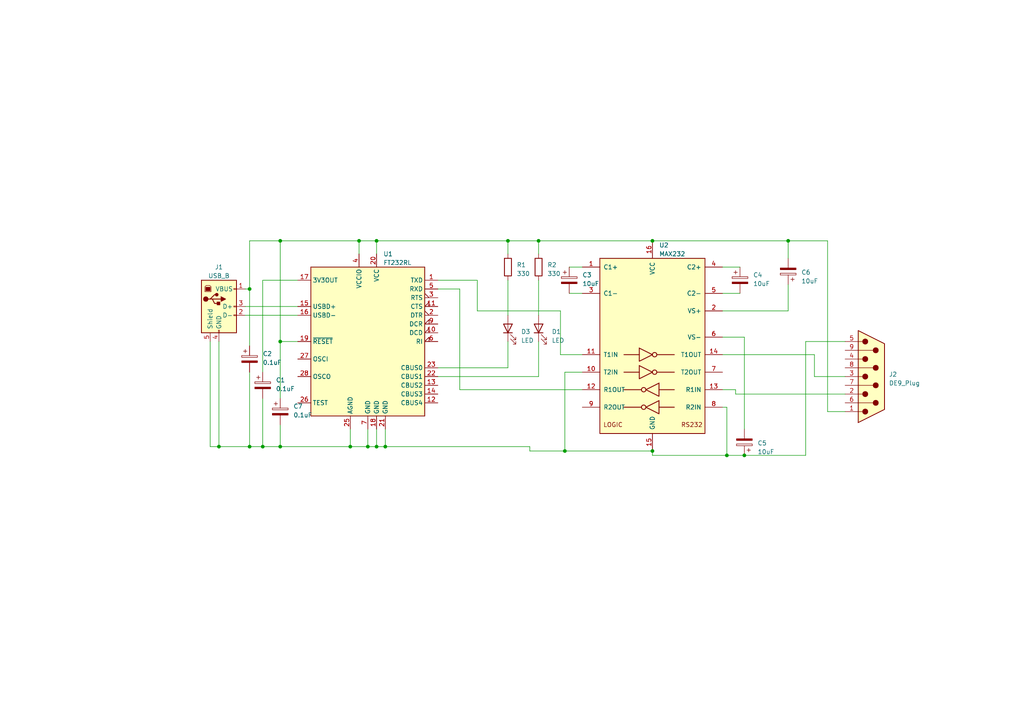
<source format=kicad_sch>
(kicad_sch (version 20230121) (generator eeschema)
  (paper "A4")
  (title_block (title "USB to RS232 Converter with 5V output") (date "2023-04-08") (rev "2.0"))
  (lib_symbols
    (symbol "Connector:DE9_Plug" (pin_names (offset 1.016) hide)
      (property "Reference" "J" (at 0 13.97 0))
      (property "Value" "DE9_Plug" (at 0 -14.605 0))
      (symbol "DE9_Plug_0_1"
        (circle (center -1.778 -10.16) (radius 0.762) (fill (type outline)))
        (circle (center -1.778 -5.08) (radius 0.762) (fill (type outline)))
        (circle (center -1.778 0) (radius 0.762) (fill (type outline)))
        (circle (center -1.778 5.08) (radius 0.762) (fill (type outline)))
        (circle (center -1.778 10.16) (radius 0.762) (fill (type outline)))
        (polyline (pts (xy -3.81 -10.16) (xy -2.54 -10.16)))
        (polyline (pts (xy -3.81 -7.62) (xy 0.508 -7.62)))
        (polyline (pts (xy -3.81 -5.08) (xy -2.54 -5.08)))
        (polyline (pts (xy -3.81 -2.54) (xy 0.508 -2.54)))
        (polyline (pts (xy -3.81 0) (xy -2.54 0)))
        (polyline (pts (xy -3.81 2.54) (xy 0.508 2.54)))
        (polyline (pts (xy -3.81 5.08) (xy -2.54 5.08)))
        (polyline (pts (xy -3.81 7.62) (xy 0.508 7.62)))
        (polyline (pts (xy -3.81 10.16) (xy -2.54 10.16)))
        (polyline (pts (xy -3.81 -13.335) (xy -3.81 13.335) (xy 3.81 9.525) (xy 3.81 -9.525) (xy -3.81 -13.335)) (stroke (width 0.254)) (fill (type background)))
        (circle (center 1.27 -7.62) (radius 0.762) (fill (type outline)))
        (circle (center 1.27 -2.54) (radius 0.762) (fill (type outline)))
        (circle (center 1.27 2.54) (radius 0.762) (fill (type outline)))
        (circle (center 1.27 7.62) (radius 0.762) (fill (type outline)))
      )
      (symbol "DE9_Plug_1_1"
        (pin passive line (at -7.62 -10.16 0) (length 3.81) (name "1") (number "1"))
        (pin passive line (at -7.62 -5.08 0) (length 3.81) (name "2") (number "2"))
        (pin passive line (at -7.62 0 0) (length 3.81) (name "3") (number "3"))
        (pin passive line (at -7.62 5.08 0) (length 3.81) (name "4") (number "4"))
        (pin passive line (at -7.62 10.16 0) (length 3.81) (name "5") (number "5"))
        (pin passive line (at -7.62 -7.62 0) (length 3.81) (name "6") (number "6"))
        (pin passive line (at -7.62 -2.54 0) (length 3.81) (name "7") (number "7"))
        (pin passive line (at -7.62 2.54 0) (length 3.81) (name "8") (number "8"))
        (pin passive line (at -7.62 7.62 0) (length 3.81) (name "9") (number "9"))
      )
    )
    (symbol "Connector:USB_B" (pin_names (offset 1.016))
      (property "Reference" "J" (at -5.08 11.43 0))
      (property "Value" "USB_B" (at -5.08 8.89 0))
      (symbol "USB_B_0_1"
        (rectangle (start -5.08 -7.62) (end 5.08 7.62) (stroke (width 0.254)) (fill (type background)))
        (circle (center -3.81 2.159) (radius 0.635) (stroke (width 0.254)) (fill (type outline)))
        (rectangle (start -3.81 5.588) (end -2.54 4.572) (fill (type outline)))
        (circle (center -0.635 3.429) (radius 0.381) (stroke (width 0.254)) (fill (type outline)))
        (rectangle (start -0.127 -7.62) (end 0.127 -6.858))
        (polyline (pts (xy -1.905 2.159) (xy 0.635 2.159)) (stroke (width 0.254)))
        (polyline (pts (xy -3.175 2.159) (xy -2.54 2.159) (xy -1.27 3.429) (xy -0.635 3.429)) (stroke (width 0.254)))
        (polyline (pts (xy -2.54 2.159) (xy -1.905 2.159) (xy -1.27 0.889) (xy 0 0.889)) (stroke (width 0.254)))
        (polyline (pts (xy 0.635 2.794) (xy 0.635 1.524) (xy 1.905 2.159) (xy 0.635 2.794)) (stroke (width 0.254)) (fill (type outline)))
        (polyline (pts (xy -4.064 4.318) (xy -2.286 4.318) (xy -2.286 5.715) (xy -2.667 6.096) (xy -3.683 6.096) (xy -4.064 5.715) (xy -4.064 4.318)))
        (rectangle (start 0.254 1.27) (end -0.508 0.508) (stroke (width 0.254)) (fill (type outline)))
        (rectangle (start 5.08 -2.667) (end 4.318 -2.413))
        (rectangle (start 5.08 -0.127) (end 4.318 0.127))
        (rectangle (start 5.08 4.953) (end 4.318 5.207))
      )
      (symbol "USB_B_1_1"
        (pin power_out line (at 7.62 5.08 180) (length 2.54) (name "VBUS") (number "1"))
        (pin bidirectional line (at 7.62 -2.54 180) (length 2.54) (name "D-") (number "2"))
        (pin bidirectional line (at 7.62 0 180) (length 2.54) (name "D+") (number "3"))
        (pin power_out line (at 0 -10.16 90) (length 2.54) (name "GND") (number "4"))
        (pin passive line (at -2.54 -10.16 90) (length 2.54) (name "Shield") (number "5"))
      )
    )
    (symbol "Device:C_Polarized" (pin_numbers hide) (pin_names (offset 0.254))
      (property "Reference" "C" (at 0.635 2.54 0))
      (property "Value" "C_Polarized" (at 0.635 -2.54 0))
      (symbol "C_Polarized_0_1"
        (rectangle (start -2.286 0.508) (end 2.286 1.016))
        (polyline (pts (xy -1.778 2.286) (xy -0.762 2.286)))
        (polyline (pts (xy -1.27 2.794) (xy -1.27 1.778)))
        (rectangle (start 2.286 -0.508) (end -2.286 -1.016) (fill (type outline)))
      )
      (symbol "C_Polarized_1_1"
        (pin passive line (at 0 3.81 270) (length 2.794) (name "~") (number "1"))
        (pin passive line (at 0 -3.81 90) (length 2.794) (name "~") (number "2"))
      )
    )
    (symbol "Device:LED" (pin_numbers hide) (pin_names (offset 1.016) hide)
      (property "Reference" "D" (at 0 2.54 0))
      (property "Value" "LED" (at 0 -2.54 0))
      (symbol "LED_0_1"
        (polyline (pts (xy -1.27 -1.27) (xy -1.27 1.27)) (stroke (width 0.254)))
        (polyline (pts (xy -1.27 0) (xy 1.27 0)))
        (polyline (pts (xy 1.27 -1.27) (xy 1.27 1.27) (xy -1.27 0) (xy 1.27 -1.27)) (stroke (width 0.254)))
        (polyline (pts (xy -3.048 -0.762) (xy -4.572 -2.286) (xy -3.81 -2.286) (xy -4.572 -2.286) (xy -4.572 -1.524)))
        (polyline (pts (xy -1.778 -0.762) (xy -3.302 -2.286) (xy -2.54 -2.286) (xy -3.302 -2.286) (xy -3.302 -1.524)))
      )
      (symbol "LED_1_1"
        (pin passive line (at -3.81 0 0) (length 2.54) (name "K") (number "1"))
        (pin passive line (at 3.81 0 180) (length 2.54) (name "A") (number "2"))
      )
    )
    (symbol "Device:R" (pin_numbers hide) (pin_names (offset 0))
      (property "Reference" "R" (at 2.032 0 90))
      (property "Value" "R" (at 0 0 90))
      (symbol "R_0_1"
        (rectangle (start -1.016 -2.54) (end 1.016 2.54) (stroke (width 0.254)))
      )
      (symbol "R_1_1"
        (pin passive line (at 0 3.81 270) (length 1.27) (name "~") (number "1"))
        (pin passive line (at 0 -3.81 90) (length 1.27) (name "~") (number "2"))
      )
    )
    (symbol "Interface_UART:MAX232" (pin_names (offset 1.016))
      (property "Reference" "U" (at -2.54 28.575 0))
      (property "Value" "MAX232" (at -2.54 26.67 0))
      (symbol "MAX232_0_0"
        (text "LOGIC" (at -11.43 -22.86 0) (effects (font (size 1.27 1.27))))
        (text "RS232" (at 11.43 -22.86 0) (effects (font (size 1.27 1.27))))
      )
      (symbol "MAX232_0_1"
        (rectangle (start -15.24 -25.4) (end 15.24 25.4) (stroke (width 0.254)) (fill (type background)))
        (circle (center -2.54 -17.78) (radius 0.635) (stroke (width 0.254)))
        (circle (center -2.54 -12.7) (radius 0.635) (stroke (width 0.254)))
        (polyline (pts (xy -3.81 -7.62) (xy -8.255 -7.62)) (stroke (width 0.254)))
        (polyline (pts (xy -3.81 -2.54) (xy -8.255 -2.54)) (stroke (width 0.254)))
        (polyline (pts (xy -3.175 -17.78) (xy -8.255 -17.78)) (stroke (width 0.254)))
        (polyline (pts (xy -3.175 -12.7) (xy -8.255 -12.7)) (stroke (width 0.254)))
        (polyline (pts (xy 1.27 -7.62) (xy 6.35 -7.62)) (stroke (width 0.254)))
        (polyline (pts (xy 1.27 -2.54) (xy 6.35 -2.54)) (stroke (width 0.254)))
        (polyline (pts (xy 1.905 -17.78) (xy 6.35 -17.78)) (stroke (width 0.254)))
        (polyline (pts (xy 1.905 -12.7) (xy 6.35 -12.7)) (stroke (width 0.254)))
        (polyline (pts (xy -3.81 -5.715) (xy -3.81 -9.525) (xy 0 -7.62) (xy -3.81 -5.715)) (stroke (width 0.254)))
        (polyline (pts (xy -3.81 -0.635) (xy -3.81 -4.445) (xy 0 -2.54) (xy -3.81 -0.635)) (stroke (width 0.254)))
        (polyline (pts (xy 1.905 -15.875) (xy 1.905 -19.685) (xy -1.905 -17.78) (xy 1.905 -15.875)) (stroke (width 0.254)))
        (polyline (pts (xy 1.905 -10.795) (xy 1.905 -14.605) (xy -1.905 -12.7) (xy 1.905 -10.795)) (stroke (width 0.254)))
        (circle (center 0.635 -7.62) (radius 0.635) (stroke (width 0.254)))
        (circle (center 0.635 -2.54) (radius 0.635) (stroke (width 0.254)))
      )
      (symbol "MAX232_1_1"
        (pin passive line (at -20.32 22.86 0) (length 5.08) (name "C1+") (number "1"))
        (pin input line (at -20.32 -7.62 0) (length 5.08) (name "T2IN") (number "10"))
        (pin input line (at -20.32 -2.54 0) (length 5.08) (name "T1IN") (number "11"))
        (pin output line (at -20.32 -12.7 0) (length 5.08) (name "R1OUT") (number "12"))
        (pin input line (at 20.32 -12.7 180) (length 5.08) (name "R1IN") (number "13"))
        (pin output line (at 20.32 -2.54 180) (length 5.08) (name "T1OUT") (number "14"))
        (pin power_in line (at 0 -30.48 90) (length 5.08) (name "GND") (number "15"))
        (pin power_in line (at 0 30.48 270) (length 5.08) (name "VCC") (number "16"))
        (pin power_out line (at 20.32 10.16 180) (length 5.08) (name "VS+") (number "2"))
        (pin passive line (at -20.32 15.24 0) (length 5.08) (name "C1-") (number "3"))
        (pin passive line (at 20.32 22.86 180) (length 5.08) (name "C2+") (number "4"))
        (pin passive line (at 20.32 15.24 180) (length 5.08) (name "C2-") (number "5"))
        (pin power_out line (at 20.32 2.54 180) (length 5.08) (name "VS-") (number "6"))
        (pin output line (at 20.32 -7.62 180) (length 5.08) (name "T2OUT") (number "7"))
        (pin input line (at 20.32 -17.78 180) (length 5.08) (name "R2IN") (number "8"))
        (pin output line (at -20.32 -17.78 0) (length 5.08) (name "R2OUT") (number "9"))
      )
    )
    (symbol "Interface_USB:FT232RL"
      (property "Reference" "U" (at -16.51 22.86 0))
      (property "Value" "FT232RL" (at 10.16 22.86 0))
      (symbol "FT232RL_0_1"
        (rectangle (start -16.51 21.59) (end 16.51 -21.59) (stroke (width 0.254)) (fill (type background)))
      )
      (symbol "FT232RL_1_1"
        (pin output line (at 20.32 17.78 180) (length 3.81) (name "TXD") (number "1"))
        (pin input input_low (at 20.32 2.54 180) (length 3.81) (name "DCD") (number "10"))
        (pin input input_low (at 20.32 10.16 180) (length 3.81) (name "CTS") (number "11"))
        (pin bidirectional line (at 20.32 -17.78 180) (length 3.81) (name "CBUS4") (number "12"))
        (pin bidirectional line (at 20.32 -12.7 180) (length 3.81) (name "CBUS2") (number "13"))
        (pin bidirectional line (at 20.32 -15.24 180) (length 3.81) (name "CBUS3") (number "14"))
        (pin bidirectional line (at -20.32 10.16 0) (length 3.81) (name "USBD+") (number "15"))
        (pin bidirectional line (at -20.32 7.62 0) (length 3.81) (name "USBD-") (number "16"))
        (pin power_out line (at -20.32 17.78 0) (length 3.81) (name "3V3OUT") (number "17"))
        (pin power_in line (at 2.54 -25.4 90) (length 3.81) (name "GND") (number "18"))
        (pin input line (at -20.32 0 0) (length 3.81) (name "~{RESET}") (number "19"))
        (pin output output_low (at 20.32 7.62 180) (length 3.81) (name "DTR") (number "2"))
        (pin power_in line (at 2.54 25.4 270) (length 3.81) (name "VCC") (number "20"))
        (pin power_in line (at 5.08 -25.4 90) (length 3.81) (name "GND") (number "21"))
        (pin bidirectional line (at 20.32 -10.16 180) (length 3.81) (name "CBUS1") (number "22"))
        (pin bidirectional line (at 20.32 -7.62 180) (length 3.81) (name "CBUS0") (number "23"))
        (pin power_in line (at -5.08 -25.4 90) (length 3.81) (name "AGND") (number "25"))
        (pin input line (at -20.32 -17.78 0) (length 3.81) (name "TEST") (number "26"))
        (pin input line (at -20.32 -5.08 0) (length 3.81) (name "OSCI") (number "27"))
        (pin output line (at -20.32 -10.16 0) (length 3.81) (name "OSCO") (number "28"))
        (pin output output_low (at 20.32 12.7 180) (length 3.81) (name "RTS") (number "3"))
        (pin power_in line (at -2.54 25.4 270) (length 3.81) (name "VCCIO") (number "4"))
        (pin input line (at 20.32 15.24 180) (length 3.81) (name "RXD") (number "5"))
        (pin input input_low (at 20.32 0 180) (length 3.81) (name "RI") (number "6"))
        (pin power_in line (at 0 -25.4 90) (length 3.81) (name "GND") (number "7"))
        (pin input input_low (at 20.32 5.08 180) (length 3.81) (name "DCR") (number "9"))
      )
    )
  )
  (junction (at 76.2 129.54))
  (junction (at 72.39 83.82))
  (junction (at 189.23 69.85))
  (junction (at 156.21 69.85))
  (junction (at 104.14 69.85))
  (junction (at 111.76 129.54))
  (junction (at 101.6 129.54))
  (junction (at 63.5 129.54))
  (junction (at 106.68 129.54))
  (junction (at 109.22 129.54))
  (junction (at 81.28 99.06))
  (junction (at 163.83 130.81))
  (junction (at 228.6 69.85))
  (junction (at 72.39 129.54))
  (junction (at 215.9 132.08))
  (junction (at 81.28 129.54))
  (junction (at 81.28 69.85))
  (junction (at 189.23 130.81))
  (junction (at 210.82 132.08))
  (junction (at 109.22 69.85))
  (junction (at 147.32 69.85))
  (wire (pts (xy 210.82 132.08) (xy 215.9 132.08)))
  (wire (pts (xy 209.55 102.87) (xy 236.22 102.87)))
  (wire (pts (xy 63.5 99.06) (xy 63.5 129.54)))
  (wire (pts (xy 156.21 69.85) (xy 189.23 69.85)))
  (wire (pts (xy 86.36 81.28) (xy 76.2 81.28)))
  (wire (pts (xy 76.2 129.54) (xy 81.28 129.54)))
  (wire (pts (xy 81.28 69.85) (xy 104.14 69.85)))
  (wire (pts (xy 60.96 99.06) (xy 60.96 129.54)))
  (wire (pts (xy 104.14 69.85) (xy 104.14 73.66)))
  (wire (pts (xy 153.67 130.81) (xy 163.83 130.81)))
  (wire (pts (xy 147.32 69.85) (xy 147.32 73.66)))
  (wire (pts (xy 233.68 99.06) (xy 233.68 132.08)))
  (wire (pts (xy 156.21 81.28) (xy 156.21 91.44)))
  (wire (pts (xy 168.91 113.03) (xy 133.35 113.03)))
  (wire (pts (xy 240.03 119.38) (xy 240.03 69.85)))
  (wire (pts (xy 109.22 69.85) (xy 109.22 73.66)))
  (wire (pts (xy 138.43 81.28) (xy 127 81.28)))
  (wire (pts (xy 209.55 118.11) (xy 210.82 118.11)))
  (wire (pts (xy 156.21 69.85) (xy 147.32 69.85)))
  (wire (pts (xy 81.28 99.06) (xy 81.28 115.57)))
  (wire (pts (xy 163.83 130.81) (xy 189.23 130.81)))
  (wire (pts (xy 236.22 109.22) (xy 245.11 109.22)))
  (wire (pts (xy 215.9 97.79) (xy 209.55 97.79)))
  (wire (pts (xy 72.39 83.82) (xy 72.39 100.33)))
  (wire (pts (xy 76.2 81.28) (xy 76.2 107.95)))
  (wire (pts (xy 162.56 90.17) (xy 138.43 90.17)))
  (wire (pts (xy 215.9 132.08) (xy 233.68 132.08)))
  (wire (pts (xy 189.23 132.08) (xy 210.82 132.08)))
  (wire (pts (xy 81.28 129.54) (xy 101.6 129.54)))
  (wire (pts (xy 101.6 124.46) (xy 101.6 129.54)))
  (wire (pts (xy 163.83 107.95) (xy 163.83 130.81)))
  (wire (pts (xy 104.14 69.85) (xy 109.22 69.85)))
  (wire (pts (xy 165.1 85.09) (xy 168.91 85.09)))
  (wire (pts (xy 228.6 69.85) (xy 189.23 69.85)))
  (wire (pts (xy 245.11 114.3) (xy 213.36 114.3)))
  (wire (pts (xy 81.28 99.06) (xy 81.28 69.85)))
  (wire (pts (xy 133.35 83.82) (xy 127 83.82)))
  (wire (pts (xy 72.39 107.95) (xy 72.39 129.54)))
  (wire (pts (xy 147.32 99.06) (xy 147.32 106.68)))
  (wire (pts (xy 86.36 99.06) (xy 81.28 99.06)))
  (wire (pts (xy 76.2 115.57) (xy 76.2 129.54)))
  (wire (pts (xy 63.5 129.54) (xy 72.39 129.54)))
  (wire (pts (xy 209.55 77.47) (xy 214.63 77.47)))
  (wire (pts (xy 189.23 132.08) (xy 189.23 130.81)))
  (wire (pts (xy 153.67 129.54) (xy 153.67 130.81)))
  (wire (pts (xy 101.6 129.54) (xy 106.68 129.54)))
  (wire (pts (xy 147.32 106.68) (xy 127 106.68)))
  (wire (pts (xy 165.1 77.47) (xy 168.91 77.47)))
  (wire (pts (xy 162.56 102.87) (xy 162.56 90.17)))
  (wire (pts (xy 228.6 90.17) (xy 228.6 82.55)))
  (wire (pts (xy 213.36 114.3) (xy 213.36 113.03)))
  (wire (pts (xy 245.11 119.38) (xy 240.03 119.38)))
  (wire (pts (xy 213.36 113.03) (xy 209.55 113.03)))
  (wire (pts (xy 111.76 129.54) (xy 111.76 124.46)))
  (wire (pts (xy 106.68 129.54) (xy 106.68 124.46)))
  (wire (pts (xy 147.32 69.85) (xy 109.22 69.85)))
  (wire (pts (xy 147.32 81.28) (xy 147.32 91.44)))
  (wire (pts (xy 156.21 73.66) (xy 156.21 69.85)))
  (wire (pts (xy 106.68 129.54) (xy 109.22 129.54)))
  (wire (pts (xy 72.39 129.54) (xy 76.2 129.54)))
  (wire (pts (xy 111.76 129.54) (xy 153.67 129.54)))
  (wire (pts (xy 109.22 124.46) (xy 109.22 129.54)))
  (wire (pts (xy 228.6 74.93) (xy 228.6 69.85)))
  (wire (pts (xy 209.55 85.09) (xy 214.63 85.09)))
  (wire (pts (xy 209.55 90.17) (xy 228.6 90.17)))
  (wire (pts (xy 168.91 107.95) (xy 163.83 107.95)))
  (wire (pts (xy 138.43 90.17) (xy 138.43 81.28)))
  (wire (pts (xy 72.39 83.82) (xy 72.39 69.85)))
  (wire (pts (xy 71.12 88.9) (xy 86.36 88.9)))
  (wire (pts (xy 127 109.22) (xy 156.21 109.22)))
  (wire (pts (xy 72.39 69.85) (xy 81.28 69.85)))
  (wire (pts (xy 60.96 129.54) (xy 63.5 129.54)))
  (wire (pts (xy 210.82 118.11) (xy 210.82 132.08)))
  (wire (pts (xy 71.12 83.82) (xy 72.39 83.82)))
  (wire (pts (xy 156.21 109.22) (xy 156.21 99.06)))
  (wire (pts (xy 162.56 102.87) (xy 168.91 102.87)))
  (wire (pts (xy 240.03 69.85) (xy 228.6 69.85)))
  (wire (pts (xy 215.9 124.46) (xy 215.9 97.79)))
  (wire (pts (xy 71.12 91.44) (xy 86.36 91.44)))
  (wire (pts (xy 245.11 99.06) (xy 233.68 99.06)))
  (wire (pts (xy 109.22 129.54) (xy 111.76 129.54)))
  (wire (pts (xy 81.28 123.19) (xy 81.28 129.54)))
  (wire (pts (xy 133.35 113.03) (xy 133.35 83.82)))
  (wire (pts (xy 236.22 102.87) (xy 236.22 109.22)))
  (symbol (lib_id "Interface_UART:MAX232") (at 189.23 100.33 0) (unit 1)
    (property "Reference" "U2" (at 191.1859 71.12 0) (effects (justify left)))
    (property "Value" "MAX232" (at 191.1859 73.66 0) (effects (justify left)))
    (property "Footprint" "Package_DIP:DIP-16_W7.62mm" (effects hide))
    (property "Datasheet" "http://www.ti.com/lit/ds/symlink/max232.pdf" (effects hide))
  )
  (symbol (lib_id "Device:C_Polarized") (at 214.63 81.28 0) (unit 1)
    (property "Reference" "C4" (at 218.44 79.756 0) (effects (justify left)))
    (property "Value" "10uF" (at 218.44 82.296 0) (effects (justify left)))
    (property "Footprint" "Capacitor_THT:CP_Radial_Tantal_D4.5mm_P2.50mm" (effects hide))
  )
  (symbol (lib_id "Device:C_Polarized") (at 228.6 78.74 180) (unit 1)
    (property "Reference" "C6" (at 232.41 78.994 0) (effects (justify right)))
    (property "Value" "10uF" (at 232.41 81.534 0) (effects (justify right)))
    (property "Footprint" "Capacitor_THT:CP_Radial_Tantal_D4.5mm_P2.50mm" (effects hide))
  )
  (symbol (lib_id "Device:C_Polarized") (at 72.39 104.14 0) (unit 1)
    (property "Reference" "C2" (at 76.2 102.616 0) (effects (justify left)))
    (property "Value" "0.1uF" (at 76.2 105.156 0) (effects (justify left)))
    (property "Footprint" "Capacitor_THT:C_Disc_D5.0mm_W2.5mm_P5.00mm" (effects hide))
  )
  (symbol (lib_id "Device:C_Polarized") (at 81.28 119.38 0) (unit 1)
    (property "Reference" "C7" (at 85.09 117.856 0) (effects (justify left)))
    (property "Value" "0.1uF" (at 85.09 120.396 0) (effects (justify left)))
    (property "Footprint" "Capacitor_THT:C_Disc_D5.0mm_W2.5mm_P5.00mm" (effects hide))
  )
  (symbol (lib_id "Device:R") (at 147.32 77.47 0) (unit 1)
    (property "Reference" "R1" (at 149.86 76.835 0) (effects (justify left)))
    (property "Value" "330" (at 149.86 79.375 0) (effects (justify left)))
    (property "Footprint" "Resistor_THT:R_Axial_DIN0207_L6.3mm_D2.5mm_P10.16mm_Horizontal" (effects hide))
  )
  (symbol (lib_id "Connector:USB_B") (at 63.5 88.9 0) (unit 1)
    (property "Reference" "J1" (at 63.5 77.47 0))
    (property "Value" "USB_B" (at 63.5 80.01 0))
    (property "Footprint" "Connector_USB:USB_B_Lumberg_2411_02_Horizontal" (effects hide))
    (property "Datasheet" " ~" (effects hide))
  )
  (symbol (lib_id "Interface_USB:FT232RL") (at 106.68 99.06 0) (unit 1)
    (property "Reference" "U1" (at 111.1759 73.66 0) (effects (justify left)))
    (property "Value" "FT232RL" (at 111.1759 76.2 0) (effects (justify left)))
    (property "Footprint" "Package_SO:SSOP-28_5.3x10.2mm_P0.65mm" (effects hide))
    (property "Datasheet" "https://www.ftdichip.com/Support/Documents/DataSheets/ICs/DS_FT232R.pdf" (effects hide))
  )
  (symbol (lib_id "Device:C_Polarized") (at 215.9 128.27 180) (unit 1)
    (property "Reference" "C5" (at 219.71 128.524 0) (effects (justify right)))
    (property "Value" "10uF" (at 219.71 131.064 0) (effects (justify right)))
    (property "Footprint" "Capacitor_THT:CP_Radial_Tantal_D4.5mm_P2.50mm" (effects hide))
  )
  (symbol (lib_id "Device:C_Polarized") (at 165.1 81.28 0) (unit 1)
    (property "Reference" "C3" (at 168.91 79.756 0) (effects (justify left)))
    (property "Value" "10uF" (at 168.91 82.296 0) (effects (justify left)))
    (property "Footprint" "Capacitor_THT:CP_Radial_Tantal_D4.5mm_P2.50mm" (effects hide))
  )
  (symbol (lib_id "Device:C_Polarized") (at 76.2 111.76 0) (unit 1)
    (property "Reference" "C1" (at 80.01 110.236 0) (effects (justify left)))
    (property "Value" "0.1uF" (at 80.01 112.776 0) (effects (justify left)))
    (property "Footprint" "Capacitor_THT:C_Disc_D5.0mm_W2.5mm_P5.00mm" (effects hide))
  )
  (symbol (lib_id "Device:R") (at 156.21 77.47 0) (unit 1)
    (property "Reference" "R2" (at 158.75 76.835 0) (effects (justify left)))
    (property "Value" "330" (at 158.75 79.375 0) (effects (justify left)))
    (property "Footprint" "Resistor_THT:R_Axial_DIN0207_L6.3mm_D2.5mm_P10.16mm_Horizontal" (effects hide))
  )
  (symbol (lib_id "Device:LED") (at 147.32 95.25 90) (unit 1)
    (property "Reference" "D3" (at 151.13 96.2025 90) (effects (justify right)))
    (property "Value" "LED" (at 151.13 98.7425 90) (effects (justify right)))
    (property "Footprint" "LED_THT:LED_D5.0mm" (effects hide))
  )
  (symbol (lib_id "Device:LED") (at 156.21 95.25 90) (unit 1)
    (property "Reference" "D1" (at 160.02 96.2025 90) (effects (justify right)))
    (property "Value" "LED" (at 160.02 98.7425 90) (effects (justify right)))
    (property "Footprint" "LED_THT:LED_D5.0mm" (effects hide))
  )
  (symbol (lib_id "Connector:DE9_Plug") (at 252.73 109.22 0) (unit 1)
    (property "Reference" "J2" (at 257.81 108.585 0) (effects (justify left)))
    (property "Value" "DE9_Plug" (at 257.81 111.125 0) (effects (justify left)))
    (property "Footprint" "Connector_Dsub:DSUB-9_Female_Horizontal_P2.77x2.54mm_EdgePinOffset9.40mm" (effects hide))
    (property "Datasheet" " ~" (effects hide))
  )
)
</source>
